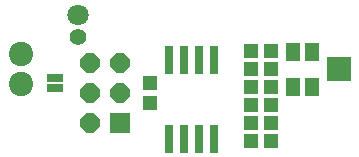
<source format=gts>
G75*
%MOIN*%
%OFA0B0*%
%FSLAX25Y25*%
%IPPOS*%
%LPD*%
%AMOC8*
5,1,8,0,0,1.08239X$1,22.5*
%
%ADD10R,0.04537X0.04931*%
%ADD11R,0.05600X0.03100*%
%ADD12R,0.04931X0.04537*%
%ADD13R,0.03000X0.09300*%
%ADD14R,0.08100X0.08100*%
%ADD15C,0.08100*%
%ADD16C,0.07100*%
%ADD17C,0.05600*%
%ADD18R,0.04537X0.06112*%
%ADD19R,0.06506X0.06506*%
%ADD20OC8,0.06506*%
D10*
X0049750Y0028904D03*
X0049750Y0035596D03*
D11*
X0018333Y0033963D03*
X0018333Y0037506D03*
D12*
X0083404Y0040250D03*
X0083404Y0034250D03*
X0083404Y0028250D03*
X0083404Y0022250D03*
X0083404Y0016250D03*
X0090096Y0016250D03*
X0090096Y0022250D03*
X0090096Y0028250D03*
X0090096Y0034250D03*
X0090096Y0040250D03*
X0090096Y0046250D03*
X0083404Y0046250D03*
D13*
X0071250Y0043450D03*
X0066250Y0043450D03*
X0061250Y0043450D03*
X0056250Y0043450D03*
X0056250Y0016950D03*
X0061250Y0016950D03*
X0066250Y0016950D03*
X0071250Y0016950D03*
D14*
X0112750Y0040250D03*
D15*
X0006750Y0035250D03*
X0006750Y0045250D03*
D16*
X0025900Y0058545D03*
D17*
X0025900Y0051065D03*
D18*
X0097404Y0046156D03*
X0103703Y0046156D03*
X0103703Y0034344D03*
X0097404Y0034344D03*
D19*
X0039750Y0022250D03*
D20*
X0029750Y0022250D03*
X0029750Y0032250D03*
X0039750Y0032250D03*
X0039750Y0042250D03*
X0029750Y0042250D03*
M02*

</source>
